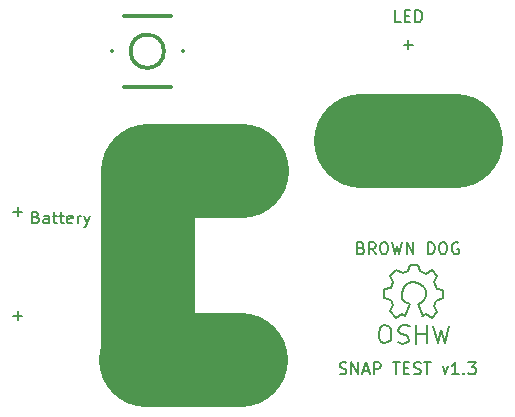
<source format=gto>
%TF.GenerationSoftware,KiCad,Pcbnew,4.0.4+e1-6308~48~ubuntu14.04.1-stable*%
%TF.CreationDate,2016-11-18T09:45:06-08:00*%
%TF.ProjectId,LegoLED-Button-Battery,4C65676F4C45442D427574746F6E2D42,rev?*%
%TF.FileFunction,Legend,Top*%
%FSLAX46Y46*%
G04 Gerber Fmt 4.6, Leading zero omitted, Abs format (unit mm)*
G04 Created by KiCad (PCBNEW 4.0.4+e1-6308~48~ubuntu14.04.1-stable) date Fri Nov 18 09:45:06 2016*
%MOMM*%
%LPD*%
G01*
G04 APERTURE LIST*
%ADD10C,0.350000*%
%ADD11C,0.150000*%
%ADD12C,8.000000*%
G04 APERTURE END LIST*
D10*
D11*
X155274000Y-92440000D02*
X159274000Y-92440000D01*
X155274000Y-86440000D02*
X159274000Y-86440000D01*
D10*
X154274000Y-89440000D02*
X154274000Y-89440000D01*
X159274000Y-92440000D02*
X155274000Y-92440000D01*
X159274000Y-86440000D02*
X155274000Y-86440000D01*
X160274000Y-89440000D02*
X160274000Y-89440000D01*
X158688214Y-89440000D02*
G75*
G03X158688214Y-89440000I-1414214J0D01*
G01*
D12*
X183387000Y-97027000D02*
X175387000Y-97027000D01*
D11*
X180887000Y-95257000D02*
X177887000Y-95257000D01*
X181500780Y-112671860D02*
X181861460Y-114142520D01*
X181861460Y-114142520D02*
X182140860Y-113080800D01*
X182140860Y-113080800D02*
X182450740Y-114152680D01*
X182450740Y-114152680D02*
X182791100Y-112702340D01*
X180080920Y-113362740D02*
X180870860Y-113352580D01*
X180870860Y-113352580D02*
X180881020Y-113362740D01*
X180881020Y-113362740D02*
X180881020Y-113352580D01*
X180921660Y-112641380D02*
X180921660Y-114183160D01*
X180032660Y-112631220D02*
X180032660Y-114200940D01*
X180032660Y-114200940D02*
X180042820Y-114190780D01*
X179481480Y-112732820D02*
X179130960Y-112651540D01*
X179130960Y-112651540D02*
X178810920Y-112641380D01*
X178810920Y-112641380D02*
X178572160Y-112842040D01*
X178572160Y-112842040D02*
X178541680Y-113111280D01*
X178541680Y-113111280D02*
X178782980Y-113352580D01*
X178782980Y-113352580D02*
X179171600Y-113482120D01*
X179171600Y-113482120D02*
X179351940Y-113642140D01*
X179351940Y-113642140D02*
X179392580Y-113941860D01*
X179392580Y-113941860D02*
X179161440Y-114162840D01*
X179161440Y-114162840D02*
X178841400Y-114190780D01*
X178841400Y-114190780D02*
X178490880Y-114081560D01*
X177452020Y-112631220D02*
X177203100Y-112651540D01*
X177203100Y-112651540D02*
X176961800Y-112892840D01*
X176961800Y-112892840D02*
X176872900Y-113383060D01*
X176872900Y-113383060D02*
X176900840Y-113731040D01*
X176900840Y-113731040D02*
X177101500Y-114051080D01*
X177101500Y-114051080D02*
X177352960Y-114173000D01*
X177352960Y-114173000D02*
X177662840Y-114101880D01*
X177662840Y-114101880D02*
X177881280Y-113921540D01*
X177881280Y-113921540D02*
X177952400Y-113461800D01*
X177952400Y-113461800D02*
X177901600Y-113052860D01*
X177901600Y-113052860D02*
X177792380Y-112770920D01*
X177792380Y-112770920D02*
X177431700Y-112641380D01*
X178051460Y-110911640D02*
X177792380Y-111472980D01*
X177792380Y-111472980D02*
X178330860Y-111991140D01*
X178330860Y-111991140D02*
X178851560Y-111721900D01*
X178851560Y-111721900D02*
X179130960Y-111881920D01*
X180571140Y-111861600D02*
X180901340Y-111671100D01*
X180901340Y-111671100D02*
X181340760Y-112001300D01*
X181340760Y-112001300D02*
X181813200Y-111511080D01*
X181813200Y-111511080D02*
X181531260Y-111031020D01*
X181531260Y-111031020D02*
X181721760Y-110561120D01*
X181721760Y-110561120D02*
X182331360Y-110373160D01*
X182331360Y-110373160D02*
X182331360Y-109692440D01*
X182331360Y-109692440D02*
X181772560Y-109552740D01*
X181772560Y-109552740D02*
X181571900Y-108981240D01*
X181571900Y-108981240D02*
X181841140Y-108511340D01*
X181841140Y-108511340D02*
X181371240Y-108000800D01*
X181371240Y-108000800D02*
X180853080Y-108262420D01*
X180853080Y-108262420D02*
X180383180Y-108061760D01*
X180383180Y-108061760D02*
X180213000Y-107520740D01*
X180213000Y-107520740D02*
X179522120Y-107502960D01*
X179522120Y-107502960D02*
X179311300Y-108051600D01*
X179311300Y-108051600D02*
X178892200Y-108221780D01*
X178892200Y-108221780D02*
X178341020Y-107952540D01*
X178341020Y-107952540D02*
X177822860Y-108480860D01*
X177822860Y-108480860D02*
X178071780Y-109021880D01*
X178071780Y-109021880D02*
X177901600Y-109501940D01*
X177901600Y-109501940D02*
X177352960Y-109601000D01*
X177352960Y-109601000D02*
X177342800Y-110302040D01*
X177342800Y-110302040D02*
X177901600Y-110502700D01*
X177901600Y-110502700D02*
X178041300Y-110901480D01*
X180182520Y-110881160D02*
X180482240Y-110731300D01*
X180482240Y-110731300D02*
X180682900Y-110533180D01*
X180682900Y-110533180D02*
X180832760Y-110131860D01*
X180832760Y-110131860D02*
X180832760Y-109733080D01*
X180832760Y-109733080D02*
X180682900Y-109382560D01*
X180682900Y-109382560D02*
X180230780Y-109032040D01*
X180230780Y-109032040D02*
X179781200Y-108981240D01*
X179781200Y-108981240D02*
X179382420Y-109082840D01*
X179382420Y-109082840D02*
X178981100Y-109430820D01*
X178981100Y-109430820D02*
X178831240Y-109882940D01*
X178831240Y-109882940D02*
X178882040Y-110380780D01*
X178882040Y-110380780D02*
X179130960Y-110683040D01*
X179130960Y-110683040D02*
X179481480Y-110881160D01*
X179481480Y-110881160D02*
X179130960Y-111881920D01*
X180182520Y-110881160D02*
X180581300Y-111881920D01*
D12*
X157301200Y-99568000D02*
X157301200Y-115568000D01*
X165301200Y-99568000D02*
X157301200Y-99568000D01*
X165201200Y-115568000D02*
X157201200Y-115568000D01*
D11*
X175371620Y-106100571D02*
X175514477Y-106148190D01*
X175562096Y-106195810D01*
X175609715Y-106291048D01*
X175609715Y-106433905D01*
X175562096Y-106529143D01*
X175514477Y-106576762D01*
X175419239Y-106624381D01*
X175038286Y-106624381D01*
X175038286Y-105624381D01*
X175371620Y-105624381D01*
X175466858Y-105672000D01*
X175514477Y-105719619D01*
X175562096Y-105814857D01*
X175562096Y-105910095D01*
X175514477Y-106005333D01*
X175466858Y-106052952D01*
X175371620Y-106100571D01*
X175038286Y-106100571D01*
X176609715Y-106624381D02*
X176276381Y-106148190D01*
X176038286Y-106624381D02*
X176038286Y-105624381D01*
X176419239Y-105624381D01*
X176514477Y-105672000D01*
X176562096Y-105719619D01*
X176609715Y-105814857D01*
X176609715Y-105957714D01*
X176562096Y-106052952D01*
X176514477Y-106100571D01*
X176419239Y-106148190D01*
X176038286Y-106148190D01*
X177228762Y-105624381D02*
X177419239Y-105624381D01*
X177514477Y-105672000D01*
X177609715Y-105767238D01*
X177657334Y-105957714D01*
X177657334Y-106291048D01*
X177609715Y-106481524D01*
X177514477Y-106576762D01*
X177419239Y-106624381D01*
X177228762Y-106624381D01*
X177133524Y-106576762D01*
X177038286Y-106481524D01*
X176990667Y-106291048D01*
X176990667Y-105957714D01*
X177038286Y-105767238D01*
X177133524Y-105672000D01*
X177228762Y-105624381D01*
X177990667Y-105624381D02*
X178228762Y-106624381D01*
X178419239Y-105910095D01*
X178609715Y-106624381D01*
X178847810Y-105624381D01*
X179228762Y-106624381D02*
X179228762Y-105624381D01*
X179800191Y-106624381D01*
X179800191Y-105624381D01*
X181038286Y-106624381D02*
X181038286Y-105624381D01*
X181276381Y-105624381D01*
X181419239Y-105672000D01*
X181514477Y-105767238D01*
X181562096Y-105862476D01*
X181609715Y-106052952D01*
X181609715Y-106195810D01*
X181562096Y-106386286D01*
X181514477Y-106481524D01*
X181419239Y-106576762D01*
X181276381Y-106624381D01*
X181038286Y-106624381D01*
X182228762Y-105624381D02*
X182419239Y-105624381D01*
X182514477Y-105672000D01*
X182609715Y-105767238D01*
X182657334Y-105957714D01*
X182657334Y-106291048D01*
X182609715Y-106481524D01*
X182514477Y-106576762D01*
X182419239Y-106624381D01*
X182228762Y-106624381D01*
X182133524Y-106576762D01*
X182038286Y-106481524D01*
X181990667Y-106291048D01*
X181990667Y-105957714D01*
X182038286Y-105767238D01*
X182133524Y-105672000D01*
X182228762Y-105624381D01*
X183609715Y-105672000D02*
X183514477Y-105624381D01*
X183371620Y-105624381D01*
X183228762Y-105672000D01*
X183133524Y-105767238D01*
X183085905Y-105862476D01*
X183038286Y-106052952D01*
X183038286Y-106195810D01*
X183085905Y-106386286D01*
X183133524Y-106481524D01*
X183228762Y-106576762D01*
X183371620Y-106624381D01*
X183466858Y-106624381D01*
X183609715Y-106576762D01*
X183657334Y-106529143D01*
X183657334Y-106195810D01*
X183466858Y-106195810D01*
X173562095Y-116736762D02*
X173704952Y-116784381D01*
X173943048Y-116784381D01*
X174038286Y-116736762D01*
X174085905Y-116689143D01*
X174133524Y-116593905D01*
X174133524Y-116498667D01*
X174085905Y-116403429D01*
X174038286Y-116355810D01*
X173943048Y-116308190D01*
X173752571Y-116260571D01*
X173657333Y-116212952D01*
X173609714Y-116165333D01*
X173562095Y-116070095D01*
X173562095Y-115974857D01*
X173609714Y-115879619D01*
X173657333Y-115832000D01*
X173752571Y-115784381D01*
X173990667Y-115784381D01*
X174133524Y-115832000D01*
X174562095Y-116784381D02*
X174562095Y-115784381D01*
X175133524Y-116784381D01*
X175133524Y-115784381D01*
X175562095Y-116498667D02*
X176038286Y-116498667D01*
X175466857Y-116784381D02*
X175800190Y-115784381D01*
X176133524Y-116784381D01*
X176466857Y-116784381D02*
X176466857Y-115784381D01*
X176847810Y-115784381D01*
X176943048Y-115832000D01*
X176990667Y-115879619D01*
X177038286Y-115974857D01*
X177038286Y-116117714D01*
X176990667Y-116212952D01*
X176943048Y-116260571D01*
X176847810Y-116308190D01*
X176466857Y-116308190D01*
X178085905Y-115784381D02*
X178657334Y-115784381D01*
X178371619Y-116784381D02*
X178371619Y-115784381D01*
X178990667Y-116260571D02*
X179324001Y-116260571D01*
X179466858Y-116784381D02*
X178990667Y-116784381D01*
X178990667Y-115784381D01*
X179466858Y-115784381D01*
X179847810Y-116736762D02*
X179990667Y-116784381D01*
X180228763Y-116784381D01*
X180324001Y-116736762D01*
X180371620Y-116689143D01*
X180419239Y-116593905D01*
X180419239Y-116498667D01*
X180371620Y-116403429D01*
X180324001Y-116355810D01*
X180228763Y-116308190D01*
X180038286Y-116260571D01*
X179943048Y-116212952D01*
X179895429Y-116165333D01*
X179847810Y-116070095D01*
X179847810Y-115974857D01*
X179895429Y-115879619D01*
X179943048Y-115832000D01*
X180038286Y-115784381D01*
X180276382Y-115784381D01*
X180419239Y-115832000D01*
X180704953Y-115784381D02*
X181276382Y-115784381D01*
X180990667Y-116784381D02*
X180990667Y-115784381D01*
X182276382Y-116117714D02*
X182514477Y-116784381D01*
X182752573Y-116117714D01*
X183657335Y-116784381D02*
X183085906Y-116784381D01*
X183371620Y-116784381D02*
X183371620Y-115784381D01*
X183276382Y-115927238D01*
X183181144Y-116022476D01*
X183085906Y-116070095D01*
X184085906Y-116689143D02*
X184133525Y-116736762D01*
X184085906Y-116784381D01*
X184038287Y-116736762D01*
X184085906Y-116689143D01*
X184085906Y-116784381D01*
X184466858Y-115784381D02*
X185085906Y-115784381D01*
X184752572Y-116165333D01*
X184895430Y-116165333D01*
X184990668Y-116212952D01*
X185038287Y-116260571D01*
X185085906Y-116355810D01*
X185085906Y-116593905D01*
X185038287Y-116689143D01*
X184990668Y-116736762D01*
X184895430Y-116784381D01*
X184609715Y-116784381D01*
X184514477Y-116736762D01*
X184466858Y-116689143D01*
X178744143Y-86979381D02*
X178267952Y-86979381D01*
X178267952Y-85979381D01*
X179077476Y-86455571D02*
X179410810Y-86455571D01*
X179553667Y-86979381D02*
X179077476Y-86979381D01*
X179077476Y-85979381D01*
X179553667Y-85979381D01*
X179982238Y-86979381D02*
X179982238Y-85979381D01*
X180220333Y-85979381D01*
X180363191Y-86027000D01*
X180458429Y-86122238D01*
X180506048Y-86217476D01*
X180553667Y-86407952D01*
X180553667Y-86550810D01*
X180506048Y-86741286D01*
X180458429Y-86836524D01*
X180363191Y-86931762D01*
X180220333Y-86979381D01*
X179982238Y-86979381D01*
X179006048Y-88898429D02*
X179767953Y-88898429D01*
X179387001Y-89279381D02*
X179387001Y-88517476D01*
X147829771Y-103496571D02*
X147972628Y-103544190D01*
X148020247Y-103591810D01*
X148067866Y-103687048D01*
X148067866Y-103829905D01*
X148020247Y-103925143D01*
X147972628Y-103972762D01*
X147877390Y-104020381D01*
X147496437Y-104020381D01*
X147496437Y-103020381D01*
X147829771Y-103020381D01*
X147925009Y-103068000D01*
X147972628Y-103115619D01*
X148020247Y-103210857D01*
X148020247Y-103306095D01*
X147972628Y-103401333D01*
X147925009Y-103448952D01*
X147829771Y-103496571D01*
X147496437Y-103496571D01*
X148925009Y-104020381D02*
X148925009Y-103496571D01*
X148877390Y-103401333D01*
X148782152Y-103353714D01*
X148591675Y-103353714D01*
X148496437Y-103401333D01*
X148925009Y-103972762D02*
X148829771Y-104020381D01*
X148591675Y-104020381D01*
X148496437Y-103972762D01*
X148448818Y-103877524D01*
X148448818Y-103782286D01*
X148496437Y-103687048D01*
X148591675Y-103639429D01*
X148829771Y-103639429D01*
X148925009Y-103591810D01*
X149258342Y-103353714D02*
X149639294Y-103353714D01*
X149401199Y-103020381D02*
X149401199Y-103877524D01*
X149448818Y-103972762D01*
X149544056Y-104020381D01*
X149639294Y-104020381D01*
X149829771Y-103353714D02*
X150210723Y-103353714D01*
X149972628Y-103020381D02*
X149972628Y-103877524D01*
X150020247Y-103972762D01*
X150115485Y-104020381D01*
X150210723Y-104020381D01*
X150925010Y-103972762D02*
X150829772Y-104020381D01*
X150639295Y-104020381D01*
X150544057Y-103972762D01*
X150496438Y-103877524D01*
X150496438Y-103496571D01*
X150544057Y-103401333D01*
X150639295Y-103353714D01*
X150829772Y-103353714D01*
X150925010Y-103401333D01*
X150972629Y-103496571D01*
X150972629Y-103591810D01*
X150496438Y-103687048D01*
X151401200Y-104020381D02*
X151401200Y-103353714D01*
X151401200Y-103544190D02*
X151448819Y-103448952D01*
X151496438Y-103401333D01*
X151591676Y-103353714D01*
X151686915Y-103353714D01*
X151925010Y-103353714D02*
X152163105Y-104020381D01*
X152401201Y-103353714D02*
X152163105Y-104020381D01*
X152067867Y-104258476D01*
X152020248Y-104306095D01*
X151925010Y-104353714D01*
X145920248Y-111839429D02*
X146682153Y-111839429D01*
X146301201Y-112220381D02*
X146301201Y-111458476D01*
X145920248Y-103039429D02*
X146682153Y-103039429D01*
X146301201Y-103420381D02*
X146301201Y-102658476D01*
M02*

</source>
